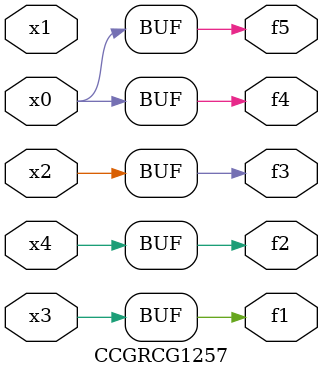
<source format=v>
module CCGRCG1257(
	input x0, x1, x2, x3, x4,
	output f1, f2, f3, f4, f5
);
	assign f1 = x3;
	assign f2 = x4;
	assign f3 = x2;
	assign f4 = x0;
	assign f5 = x0;
endmodule

</source>
